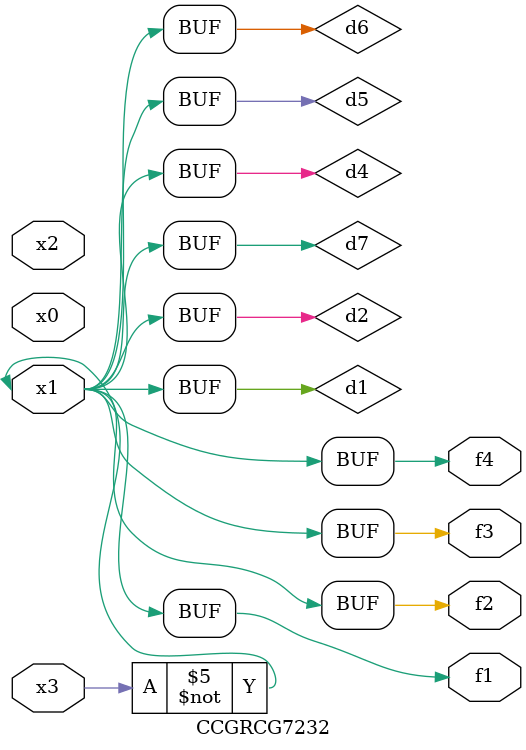
<source format=v>
module CCGRCG7232(
	input x0, x1, x2, x3,
	output f1, f2, f3, f4
);

	wire d1, d2, d3, d4, d5, d6, d7;

	not (d1, x3);
	buf (d2, x1);
	xnor (d3, d1, d2);
	nor (d4, d1);
	buf (d5, d1, d2);
	buf (d6, d4, d5);
	nand (d7, d4);
	assign f1 = d6;
	assign f2 = d7;
	assign f3 = d6;
	assign f4 = d6;
endmodule

</source>
